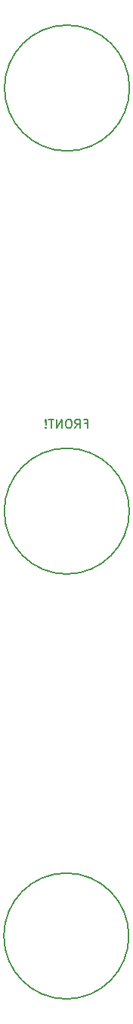
<source format=gbr>
%TF.GenerationSoftware,KiCad,Pcbnew,(6.0.4-0)*%
%TF.CreationDate,2022-06-27T16:54:41+01:00*%
%TF.ProjectId,isoBig,69736f42-6967-42e6-9b69-6361645f7063,rev?*%
%TF.SameCoordinates,Original*%
%TF.FileFunction,Legend,Bot*%
%TF.FilePolarity,Positive*%
%FSLAX46Y46*%
G04 Gerber Fmt 4.6, Leading zero omitted, Abs format (unit mm)*
G04 Created by KiCad (PCBNEW (6.0.4-0)) date 2022-06-27 16:54:41*
%MOMM*%
%LPD*%
G01*
G04 APERTURE LIST*
%ADD10C,0.150000*%
G04 APERTURE END LIST*
D10*
X81198809Y-93908571D02*
X81532142Y-93908571D01*
X81532142Y-94432380D02*
X81532142Y-93432380D01*
X81055952Y-93432380D01*
X80103571Y-94432380D02*
X80436904Y-93956190D01*
X80675000Y-94432380D02*
X80675000Y-93432380D01*
X80294047Y-93432380D01*
X80198809Y-93480000D01*
X80151190Y-93527619D01*
X80103571Y-93622857D01*
X80103571Y-93765714D01*
X80151190Y-93860952D01*
X80198809Y-93908571D01*
X80294047Y-93956190D01*
X80675000Y-93956190D01*
X79484523Y-93432380D02*
X79294047Y-93432380D01*
X79198809Y-93480000D01*
X79103571Y-93575238D01*
X79055952Y-93765714D01*
X79055952Y-94099047D01*
X79103571Y-94289523D01*
X79198809Y-94384761D01*
X79294047Y-94432380D01*
X79484523Y-94432380D01*
X79579761Y-94384761D01*
X79675000Y-94289523D01*
X79722619Y-94099047D01*
X79722619Y-93765714D01*
X79675000Y-93575238D01*
X79579761Y-93480000D01*
X79484523Y-93432380D01*
X78627380Y-94432380D02*
X78627380Y-93432380D01*
X78055952Y-94432380D01*
X78055952Y-93432380D01*
X77722619Y-93432380D02*
X77151190Y-93432380D01*
X77436904Y-94432380D02*
X77436904Y-93432380D01*
X76817857Y-94337142D02*
X76770238Y-94384761D01*
X76817857Y-94432380D01*
X76865476Y-94384761D01*
X76817857Y-94337142D01*
X76817857Y-94432380D01*
X76817857Y-94051428D02*
X76865476Y-93480000D01*
X76817857Y-93432380D01*
X76770238Y-93480000D01*
X76817857Y-94051428D01*
X76817857Y-93432380D01*
%TO.C, *%
X86175000Y-103650000D02*
G75*
G03*
X86175000Y-103650000I-7000000J0D01*
G01*
X86200000Y-56600000D02*
G75*
G03*
X86200000Y-56600000I-7000000J0D01*
G01*
X86125000Y-150900000D02*
G75*
G03*
X86125000Y-150900000I-7000000J0D01*
G01*
%TD*%
M02*

</source>
